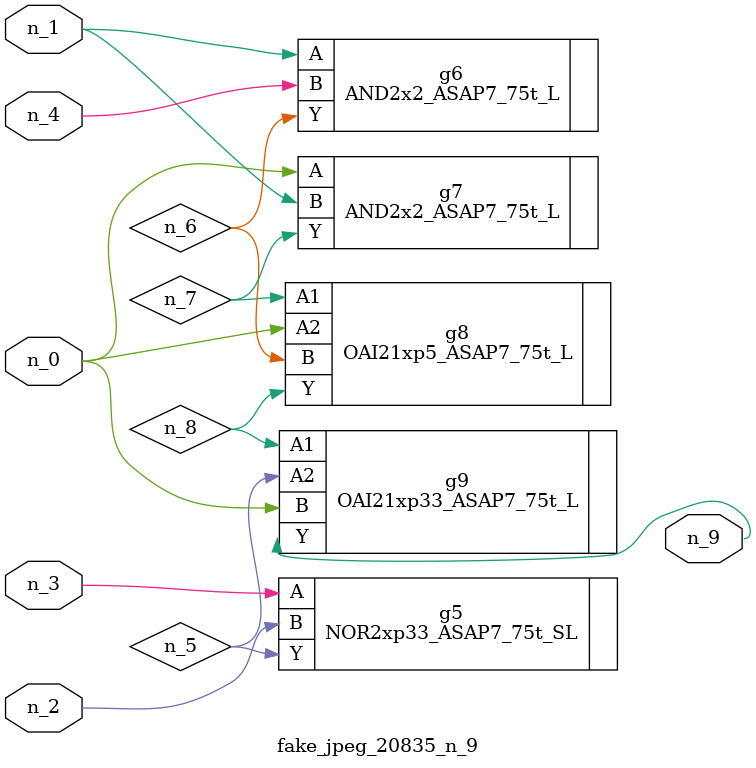
<source format=v>
module fake_jpeg_20835_n_9 (n_3, n_2, n_1, n_0, n_4, n_9);

input n_3;
input n_2;
input n_1;
input n_0;
input n_4;

output n_9;

wire n_8;
wire n_6;
wire n_5;
wire n_7;

NOR2xp33_ASAP7_75t_SL g5 ( 
.A(n_3),
.B(n_2),
.Y(n_5)
);

AND2x2_ASAP7_75t_L g6 ( 
.A(n_1),
.B(n_4),
.Y(n_6)
);

AND2x2_ASAP7_75t_L g7 ( 
.A(n_0),
.B(n_1),
.Y(n_7)
);

OAI21xp5_ASAP7_75t_L g8 ( 
.A1(n_7),
.A2(n_0),
.B(n_6),
.Y(n_8)
);

OAI21xp33_ASAP7_75t_L g9 ( 
.A1(n_8),
.A2(n_5),
.B(n_0),
.Y(n_9)
);


endmodule
</source>
